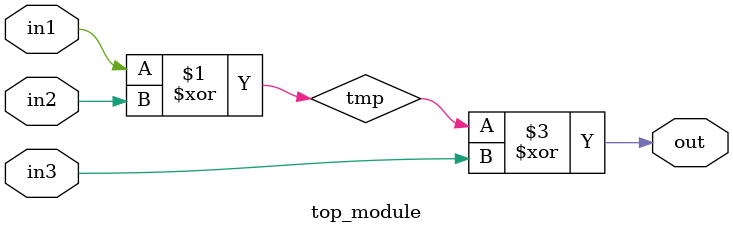
<source format=sv>
module top_module (
    input in1,
    input in2,
    input in3,
    output logic out
);

    logic tmp;

    // Perform the bitwise XOR operation on in1 and in2
    assign tmp = in1 ^ in2;

    // Perform the bitwise NOT operation on the result
    assign tmp = ~tmp;

    // Perform the final bitwise XOR operation with in3
    assign out = tmp ^ in3;

endmodule

</source>
